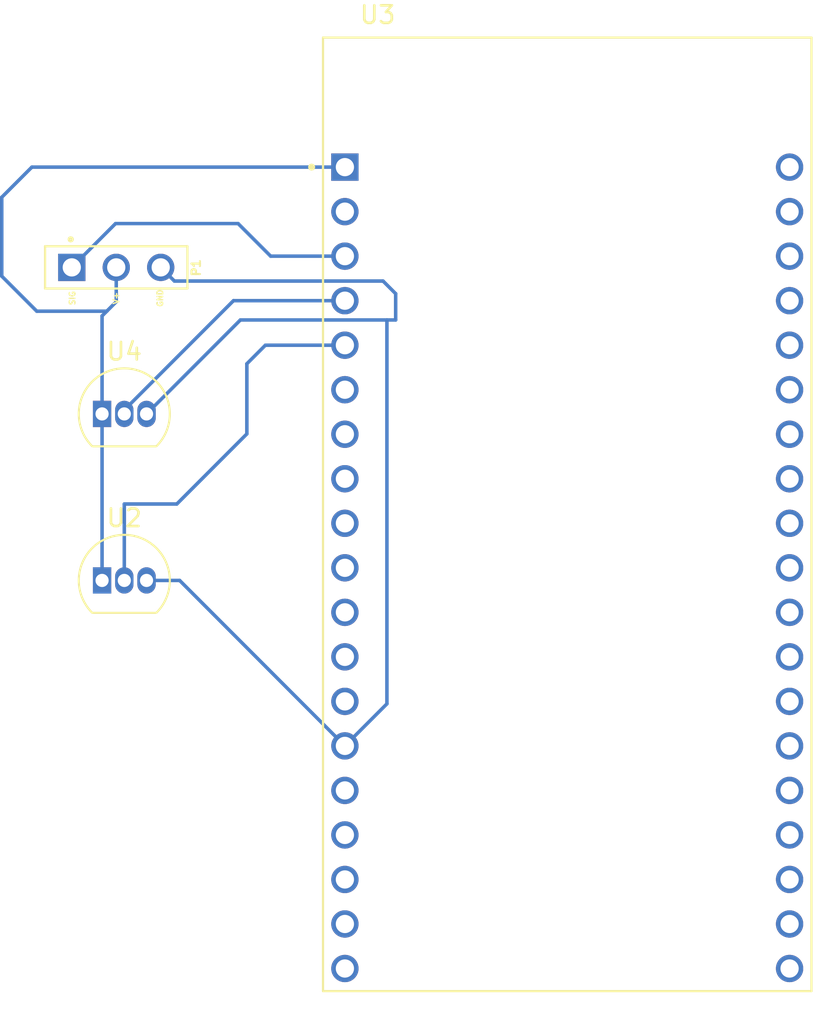
<source format=kicad_pcb>
(kicad_pcb (version 20240108) (generator "pcbnew") (generator_version "8.0")
  (layers (0 "F.Cu" signal) (31 "B.Cu" signal) (34 "B.Paste" user) (35 "F.Paste" user) (36 "B.SilkS" user "B.Silkscreen") (37 "F.SilkS" user "F.Silkscreen") (38 "B.Mask" user) (39 "F.Mask" user) (44 "Edge.Cuts" user))
  (net 0 "")
  (net 34 "Net-(P1-SIGNAL)")
  (net 35 "Net-(P1-V+)")
  (net 36 "Net-(P1-GND)")
  (net 37 "Net-(U2-V_{OUT})")
  (net 38 "Net-(U3-SENSOR_VN)")
  (footprint "SEN-11574:XDCR_SEN-11574" (layer "F.Cu") (at 90.54 71.5 -90)
    (property "Reference" "P1" (at 0.02405 -4.563278 90) (layer "F.SilkS") (effects (font (size 0.480894 0.480894))))
    (property "Value" "SEN-11574")
    (fp_line (start -1.205 4.065) (end -1.205 -4.065) (stroke (width 0.127)) (layer "F.SilkS"))
    (fp_line (start 1.205 4.065) (end -1.205 4.065) (stroke (width 0.127)) (layer "F.SilkS"))
    (fp_line (start -1.205 -4.065) (end 1.205 -4.065) (stroke (width 0.127)) (layer "F.SilkS"))
    (fp_line (start 1.205 -4.065) (end 1.205 4.065) (stroke (width 0.127)) (layer "F.SilkS"))
    (fp_circle (center -1.6 2.6) (end -1.5 2.6) (stroke (width 0.1524)) (fill none) (layer "F.SilkS"))
    (fp_text user "SIG" (at 1.75512 2.50731 90) (layer "F.SilkS") (effects (font (size 0.320935 0.320935))))
    (fp_text user "GND" (at 1.75352 -2.50503 90) (layer "F.SilkS") (effects (font (size 0.320645 0.320645))))
    (fp_text user "V+" (at 1.75586 0 90) (layer "F.SilkS") (effects (font (size 0.321072 0.321072))))
    (pad "1" thru_hole rect (at 0 2.54 270) (size 1.56 1.56) (drill 1.04) (layers "*.Cu" "*.Mask") (net 34 "Net-(P1-SIGNAL)"))
    (pad "2" thru_hole circle (at 0 0 270) (size 1.56 1.56) (drill 1.04) (layers "*.Cu" "*.Mask") (net 35 "Net-(P1-V+)"))
    (pad "3" thru_hole circle (at 0 -2.54 270) (size 1.56 1.56) (drill 1.04) (layers "*.Cu" "*.Mask") (net 36 "Net-(P1-GND)"))
  )
  (footprint "Package_TO_SOT_THT:TO-92_Inline" (layer "F.Cu") (at 89.73 79.86)
    (property "Reference" "U4" (at 1.27 -3.56 0) (layer "F.SilkS"))
    (property "Value" "LM35-LP")
    (fp_line (start -0.53 1.85) (end 3.07 1.85) (stroke (width 0.12)) (layer "F.SilkS"))
    (fp_arc (start -0.568478 1.838478) (mid -1.132087 -0.994977) (end 1.27 -2.6) (stroke (width 0.12)) (layer "F.SilkS"))
    (fp_arc (start 1.27 -2.6) (mid 3.672087 -0.994977) (end 3.108478 1.838478) (stroke (width 0.12)) (layer "F.SilkS"))
    (pad "1" thru_hole rect (at 0 0) (size 1.05 1.5) (drill 0.75) (layers "*.Cu" "*.Mask") (net 35 "Net-(P1-V+)"))
    (pad "2" thru_hole oval (at 1.27 0) (size 1.05 1.5) (drill 0.75) (layers "*.Cu" "*.Mask") (net 38 "Net-(U3-SENSOR_VN)"))
    (pad "3" thru_hole oval (at 2.54 0) (size 1.05 1.5) (drill 0.75) (layers "*.Cu" "*.Mask") (net 36 "Net-(P1-GND)"))
  )
  (footprint "Package_TO_SOT_THT:TO-92_Inline" (layer "F.Cu") (at 89.73 89.36)
    (property "Reference" "U2" (at 1.27 -3.56 0) (layer "F.SilkS"))
    (property "Value" "LM35-LP")
    (fp_line (start -0.53 1.85) (end 3.07 1.85) (stroke (width 0.12)) (layer "F.SilkS"))
    (fp_arc (start -0.568478 1.838478) (mid -1.132087 -0.994977) (end 1.27 -2.6) (stroke (width 0.12)) (layer "F.SilkS"))
    (fp_arc (start 1.27 -2.6) (mid 3.672087 -0.994977) (end 3.108478 1.838478) (stroke (width 0.12)) (layer "F.SilkS"))
    (pad "1" thru_hole rect (at 0 0) (size 1.05 1.5) (drill 0.75) (layers "*.Cu" "*.Mask") (net 35 "Net-(P1-V+)"))
    (pad "2" thru_hole oval (at 1.27 0) (size 1.05 1.5) (drill 0.75) (layers "*.Cu" "*.Mask") (net 37 "Net-(U2-V_{OUT})"))
    (pad "3" thru_hole oval (at 2.54 0) (size 1.05 1.5) (drill 0.75) (layers "*.Cu" "*.Mask") (net 36 "Net-(P1-GND)"))
  )
  (footprint "ESP32-DEVKITC-32D:MODULE_ESP32-DEVKITC-32D" (layer "F.Cu") (at 116.3 85.54)
    (property "Reference" "U3" (at -10.829175 -28.446045 0) (layer "F.SilkS") (effects (font (size 1.000386 1.000386))))
    (property "Value" "ESP32-DEVKITC-32D")
    (fp_line (start -13.95 -27.15) (end 13.95 -27.15) (stroke (width 0.127)) (layer "F.SilkS"))
    (fp_line (start -13.95 27.25) (end -13.95 -27.15) (stroke (width 0.127)) (layer "F.SilkS"))
    (fp_line (start 13.95 -27.15) (end 13.95 27.25) (stroke (width 0.127)) (layer "F.SilkS"))
    (fp_line (start 13.95 27.25) (end -13.95 27.25) (stroke (width 0.127)) (layer "F.SilkS"))
    (fp_circle (center -14.6 -19.76) (end -14.5 -19.76) (stroke (width 0.2)) (fill none) (layer "F.SilkS"))
    (pad "J2-1" thru_hole rect (at -12.7 -19.76) (size 1.56 1.56) (drill 1.04) (layers "*.Cu" "*.Mask") (net 35 "Net-(P1-V+)"))
    (pad "J2-2" thru_hole circle (at -12.7 -17.22) (size 1.56 1.56) (drill 1.04) (layers "*.Cu" "*.Mask"))
    (pad "J2-3" thru_hole circle (at -12.7 -14.68) (size 1.56 1.56) (drill 1.04) (layers "*.Cu" "*.Mask") (net 34 "Net-(P1-SIGNAL)"))
    (pad "J2-4" thru_hole circle (at -12.7 -12.14) (size 1.56 1.56) (drill 1.04) (layers "*.Cu" "*.Mask") (net 38 "Net-(U3-SENSOR_VN)"))
    (pad "J2-5" thru_hole circle (at -12.7 -9.6) (size 1.56 1.56) (drill 1.04) (layers "*.Cu" "*.Mask") (net 37 "Net-(U2-V_{OUT})"))
    (pad "J2-6" thru_hole circle (at -12.7 -7.06) (size 1.56 1.56) (drill 1.04) (layers "*.Cu" "*.Mask"))
    (pad "J2-7" thru_hole circle (at -12.7 -4.52) (size 1.56 1.56) (drill 1.04) (layers "*.Cu" "*.Mask"))
    (pad "J2-8" thru_hole circle (at -12.7 -1.98) (size 1.56 1.56) (drill 1.04) (layers "*.Cu" "*.Mask"))
    (pad "J2-9" thru_hole circle (at -12.7 0.56) (size 1.56 1.56) (drill 1.04) (layers "*.Cu" "*.Mask"))
    (pad "J2-10" thru_hole circle (at -12.7 3.1) (size 1.56 1.56) (drill 1.04) (layers "*.Cu" "*.Mask"))
    (pad "J2-11" thru_hole circle (at -12.7 5.64) (size 1.56 1.56) (drill 1.04) (layers "*.Cu" "*.Mask"))
    (pad "J2-12" thru_hole circle (at -12.7 8.18) (size 1.56 1.56) (drill 1.04) (layers "*.Cu" "*.Mask"))
    (pad "J2-13" thru_hole circle (at -12.7 10.72) (size 1.56 1.56) (drill 1.04) (layers "*.Cu" "*.Mask"))
    (pad "J2-14" thru_hole circle (at -12.7 13.26) (size 1.56 1.56) (drill 1.04) (layers "*.Cu" "*.Mask") (net 36 "Net-(P1-GND)"))
    (pad "J2-15" thru_hole circle (at -12.7 15.8) (size 1.56 1.56) (drill 1.04) (layers "*.Cu" "*.Mask"))
    (pad "J2-16" thru_hole circle (at -12.7 18.34) (size 1.56 1.56) (drill 1.04) (layers "*.Cu" "*.Mask"))
    (pad "J2-17" thru_hole circle (at -12.7 20.88) (size 1.56 1.56) (drill 1.04) (layers "*.Cu" "*.Mask"))
    (pad "J2-18" thru_hole circle (at -12.7 23.42) (size 1.56 1.56) (drill 1.04) (layers "*.Cu" "*.Mask"))
    (pad "J2-19" thru_hole circle (at -12.7 25.96) (size 1.56 1.56) (drill 1.04) (layers "*.Cu" "*.Mask"))
    (pad "J3-1" thru_hole circle (at 12.7 -19.76) (size 1.56 1.56) (drill 1.04) (layers "*.Cu" "*.Mask"))
    (pad "J3-2" thru_hole circle (at 12.7 -17.22) (size 1.56 1.56) (drill 1.04) (layers "*.Cu" "*.Mask"))
    (pad "J3-3" thru_hole circle (at 12.7 -14.68) (size 1.56 1.56) (drill 1.04) (layers "*.Cu" "*.Mask"))
    (pad "J3-4" thru_hole circle (at 12.7 -12.14) (size 1.56 1.56) (drill 1.04) (layers "*.Cu" "*.Mask"))
    (pad "J3-5" thru_hole circle (at 12.7 -9.6) (size 1.56 1.56) (drill 1.04) (layers "*.Cu" "*.Mask"))
    (pad "J3-6" thru_hole circle (at 12.7 -7.06) (size 1.56 1.56) (drill 1.04) (layers "*.Cu" "*.Mask"))
    (pad "J3-7" thru_hole circle (at 12.7 -4.52) (size 1.56 1.56) (drill 1.04) (layers "*.Cu" "*.Mask"))
    (pad "J3-8" thru_hole circle (at 12.7 -1.98) (size 1.56 1.56) (drill 1.04) (layers "*.Cu" "*.Mask"))
    (pad "J3-9" thru_hole circle (at 12.7 0.56) (size 1.56 1.56) (drill 1.04) (layers "*.Cu" "*.Mask"))
    (pad "J3-10" thru_hole circle (at 12.7 3.1) (size 1.56 1.56) (drill 1.04) (layers "*.Cu" "*.Mask"))
    (pad "J3-11" thru_hole circle (at 12.7 5.64) (size 1.56 1.56) (drill 1.04) (layers "*.Cu" "*.Mask"))
    (pad "J3-12" thru_hole circle (at 12.7 8.18) (size 1.56 1.56) (drill 1.04) (layers "*.Cu" "*.Mask"))
    (pad "J3-13" thru_hole circle (at 12.7 10.72) (size 1.56 1.56) (drill 1.04) (layers "*.Cu" "*.Mask"))
    (pad "J3-14" thru_hole circle (at 12.7 13.26) (size 1.56 1.56) (drill 1.04) (layers "*.Cu" "*.Mask"))
    (pad "J3-15" thru_hole circle (at 12.7 15.8) (size 1.56 1.56) (drill 1.04) (layers "*.Cu" "*.Mask"))
    (pad "J3-16" thru_hole circle (at 12.7 18.34) (size 1.56 1.56) (drill 1.04) (layers "*.Cu" "*.Mask"))
    (pad "J3-17" thru_hole circle (at 12.7 20.88) (size 1.56 1.56) (drill 1.04) (layers "*.Cu" "*.Mask"))
    (pad "J3-18" thru_hole circle (at 12.7 23.42) (size 1.56 1.56) (drill 1.04) (layers "*.Cu" "*.Mask"))
    (pad "J3-19" thru_hole circle (at 12.7 25.96) (size 1.56 1.56) (drill 1.04) (layers "*.Cu" "*.Mask"))
  )
  (segment (start 97.5 69) (end 99.36 70.86) (width 0.2) (layer "B.Cu") (net 34))
  (segment (start 88 71.5) (end 90.5 69) (width 0.2) (layer "B.Cu") (net 34))
  (segment (start 90.5 69) (end 97.5 69) (width 0.2) (layer "B.Cu") (net 34))
  (segment (start 99.36 70.86) (end 103.6 70.86) (width 0.2) (layer "B.Cu") (net 34))
  (segment (start 90.54 73.46) (end 90 74) (width 0.2) (layer "B.Cu") (net 35))
  (segment (start 90.54 71.5) (end 90.54 73.46) (width 0.2) (layer "B.Cu") (net 35))
  (segment (start 89.73 74.27) (end 90 74) (width 0.2) (layer "B.Cu") (net 35))
  (segment (start 89.73 79.86) (end 89.73 74.27) (width 0.2) (layer "B.Cu") (net 35))
  (segment (start 84 72) (end 84 67.5) (width 0.2) (layer "B.Cu") (net 35))
  (segment (start 89.73 79.86) (end 89.73 89.36) (width 0.2) (layer "B.Cu") (net 35))
  (segment (start 90 74) (end 86 74) (width 0.2) (layer "B.Cu") (net 35))
  (segment (start 84 67.5) (end 85.72 65.78) (width 0.2) (layer "B.Cu") (net 35))
  (segment (start 85.72 65.78) (end 103.6 65.78) (width 0.2) (layer "B.Cu") (net 35))
  (segment (start 86 74) (end 84 72) (width 0.2) (layer "B.Cu") (net 35))
  (segment (start 106 96.4) (end 103.6 98.8) (width 0.2) (layer "B.Cu") (net 36))
  (segment (start 105.78 72.28) (end 106.5 73) (width 0.2) (layer "B.Cu") (net 36))
  (segment (start 94.16 89.36) (end 103.6 98.8) (width 0.2) (layer "B.Cu") (net 36))
  (segment (start 97.63 74.5) (end 92.27 79.86) (width 0.2) (layer "B.Cu") (net 36))
  (segment (start 106.5 74.5) (end 106 74.5) (width 0.2) (layer "B.Cu") (net 36))
  (segment (start 92.27 89.36) (end 94.16 89.36) (width 0.2) (layer "B.Cu") (net 36))
  (segment (start 106.5 73) (end 106.5 74.5) (width 0.2) (layer "B.Cu") (net 36))
  (segment (start 106 74.5) (end 97.63 74.5) (width 0.2) (layer "B.Cu") (net 36))
  (segment (start 93.86 72.28) (end 105.78 72.28) (width 0.2) (layer "B.Cu") (net 36))
  (segment (start 93.08 71.5) (end 93.86 72.28) (width 0.2) (layer "B.Cu") (net 36))
  (segment (start 106 74.5) (end 106 96.4) (width 0.2) (layer "B.Cu") (net 36))
  (segment (start 99.06 75.94) (end 103.6 75.94) (width 0.2) (layer "B.Cu") (net 37))
  (segment (start 98 77) (end 99.06 75.94) (width 0.2) (layer "B.Cu") (net 37))
  (segment (start 91 89.36) (end 91 85) (width 0.2) (layer "B.Cu") (net 37))
  (segment (start 98 81) (end 98 77) (width 0.2) (layer "B.Cu") (net 37))
  (segment (start 94 85) (end 98 81) (width 0.2) (layer "B.Cu") (net 37))
  (segment (start 91 85) (end 94 85) (width 0.2) (layer "B.Cu") (net 37))
  (segment (start 97.235 73.4) (end 103.6 73.4) (width 0.2) (layer "B.Cu") (net 38))
  (segment (start 91 79.635) (end 97.235 73.4) (width 0.2) (layer "B.Cu") (net 38))
  (segment (start 91 79.86) (end 91 79.635) (width 0.2) (layer "B.Cu") (net 38))
)
</source>
